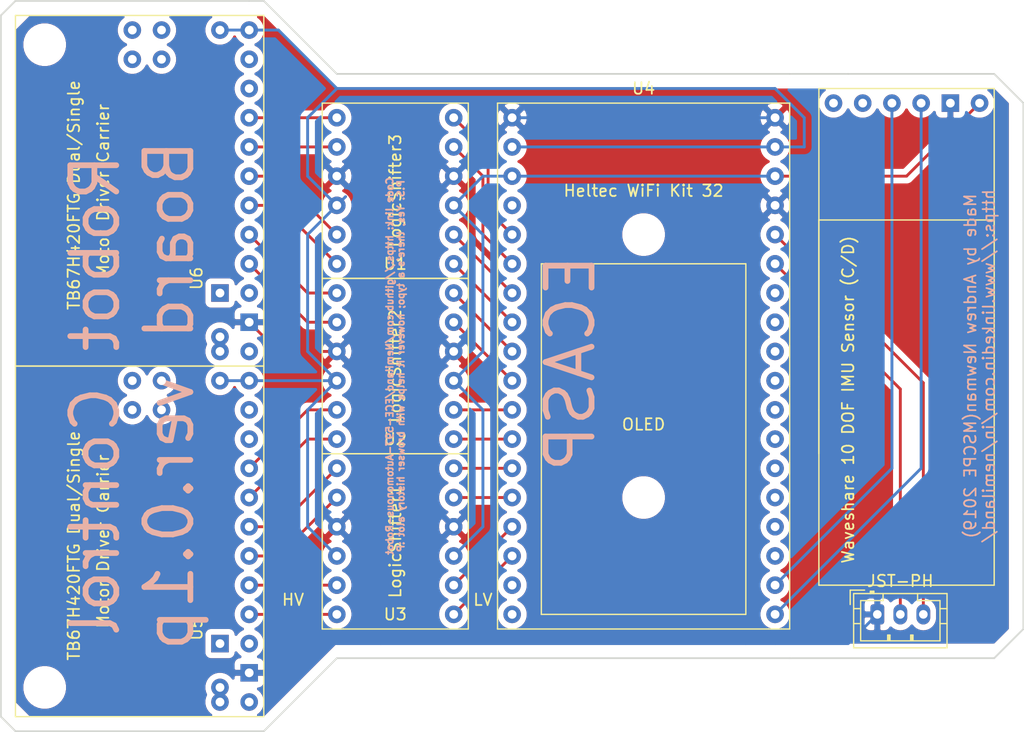
<source format=kicad_pcb>
(kicad_pcb (version 20171130) (host pcbnew "(5.1.2)-2")
  (layers (0 F.Cu signal) (31 B.Cu signal) (34 B.Paste user) (35 F.Paste user) (36 B.SilkS user) (37 F.SilkS user) (38 B.Mask user) (39 F.Mask user) (44 Edge.Cuts user))
  (net 0 "")
  (net 1 "Net-(MK1-Pad1)")
  (net 2 "Net-(MK2-Pad1)")
  (net 3 "Net-(MK3-Pad1)")
  (net 4 "Net-(U1-Pad1)")
  (net 5 "Net-(U1-Pad2)")
  (net 6 "Net-(U1-Pad3)")
  (net 7 "Net-(U1-Pad5)")
  (net 8 "Net-(U1-Pad6)")
  (net 9 "Net-(U1-Pad7)")
  (net 10 "Net-(U1-Pad8)")
  (net 11 "Net-(U1-Pad10)")
  (net 12 "Net-(U1-Pad11)")
  (net 13 "Net-(U1-Pad12)")
  (net 14 "Net-(U2-Pad12)")
  (net 15 "Net-(U2-Pad11)")
  (net 16 "Net-(U2-Pad8)")
  (net 17 "Net-(U2-Pad7)")
  (net 18 "Net-(U2-Pad6)")
  (net 19 "Net-(U2-Pad5)")
  (net 20 "Net-(U2-Pad2)")
  (net 21 "Net-(U2-Pad1)")
  (net 22 "Net-(U3-Pad1)")
  (net 23 "Net-(U3-Pad2)")
  (net 24 "Net-(U3-Pad5)")
  (net 25 "Net-(U3-Pad6)")
  (net 26 "Net-(U3-Pad7)")
  (net 27 "Net-(U3-Pad8)")
  (net 28 "Net-(U3-Pad11)")
  (net 29 "Net-(U3-Pad12)")
  (net 30 "Net-(U4-Pad4)")
  (net 31 "Net-(U4-Pad17)")
  (net 32 "Net-(U4-Pad18)")
  (net 33 "Net-(U4-Pad19)")
  (net 34 "Net-(U4-Pad20)")
  (net 35 "Net-(U4-Pad21)")
  (net 36 "Net-(U4-Pad22)")
  (net 37 "Net-(U4-Pad23)")
  (net 38 "Net-(U4-Pad24)")
  (net 39 "Net-(U4-Pad25)")
  (net 40 "Net-(U4-Pad26)")
  (net 41 "Net-(U4-Pad27)")
  (net 42 "Net-(U4-Pad28)")
  (net 43 "Net-(U4-Pad29)")
  (net 44 "Net-(U4-Pad30)")
  (net 45 "Net-(U5-Pad0)")
  (net 46 "Net-(U5-Pad2)")
  (net 47 "Net-(U5-Pad9)")
  (net 48 "Net-(U5-Pad10)")
  (net 49 "Net-(U6-Pad10)")
  (net 50 "Net-(U6-Pad9)")
  (net 51 "Net-(U6-Pad2)")
  (net 52 "Net-(U6-Pad0)")
  (net 53 "Net-(J1-Pad2)")
  (net 54 "Net-(J1-Pad3)")
  (net 55 "Net-(J1-Pad1)")
  (net 56 "Net-(U7-Pad1)")
  (net 57 "Net-(U7-Pad2)")
  (module Mounting_Holes:MountingHole_2.7mm (layer F.Cu) (at 128.74 86.51)
    (fp_text reference MK4 hide)
    (fp_text value Mounting_Hole_PAD hide)
    (pad 1 np_thru_hole circle (at 0 0) (size 2.7 2.7) (drill 2.7) (layers *.Cu *.Mask))
  )
  (module "ECE 597 PCB:MotCon" (layer F.Cu) (at 89.37 90.32 90)
    (fp_text reference U6 (at 0 0.5 90) (layer F.SilkS))
    (fp_text value MC2)
    (fp_text user "Motor Driver Carrier" (at 7.62 -7.62 270) (layer F.SilkS))
    (fp_text user "TB67H420FTG Dual/Single " (at 7.62 -10.16 90) (layer F.SilkS))
    (fp_line (start -7.62 -15.24) (end -7.62 6.35) (layer F.SilkS) (width 0.12))
    (fp_line (start 22.86 -15.24) (end -7.62 -15.24) (layer F.SilkS) (width 0.12))
    (fp_line (start 22.86 6.35) (end 22.86 -15.24) (layer F.SilkS) (width 0.12))
    (fp_line (start -7.62 6.35) (end 22.86 6.35) (layer F.SilkS) (width 0.12))
    (pad 19 thru_hole rect (at -1.27 2.54 90) (size 1.524 1.524) (drill 0.762) (layers *.Cu *.Mask))
    (pad 18 thru_hole circle (at -5.08 2.54 90) (size 1.524 1.524) (drill 0.762) (layers *.Cu *.Mask))
    (pad 17 thru_hole circle (at -6.35 2.54 90) (size 1.524 1.524) (drill 0.762) (layers *.Cu *.Mask))
    (pad 16 thru_hole circle (at 21.59 -5.08 90) (size 1.524 1.524) (drill 0.762) (layers *.Cu *.Mask))
    (pad 15 thru_hole circle (at 19.05 -5.08 90) (size 1.524 1.524) (drill 0.762) (layers *.Cu *.Mask))
    (pad 14 thru_hole circle (at 19.05 -2.54 90) (size 1.524 1.524) (drill 0.762) (layers *.Cu *.Mask))
    (pad 13 thru_hole circle (at 21.59 -2.54 90) (size 1.524 1.524) (drill 0.762) (layers *.Cu *.Mask))
    (pad 12 thru_hole circle (at 21.59 2.54 90) (size 1.524 1.524) (drill 0.762) (layers *.Cu *.Mask) (net 11 "Net-(U1-Pad10)"))
    (pad 11 thru_hole circle (at 21.59 5.08 90) (size 1.524 1.524) (drill 0.762) (layers *.Cu *.Mask) (net 11 "Net-(U1-Pad10)"))
    (pad 10 thru_hole circle (at 19.05 5.08 90) (size 1.524 1.524) (drill 0.762) (layers *.Cu *.Mask) (net 49 "Net-(U6-Pad10)"))
    (pad 9 thru_hole circle (at 16.51 5.08 90) (size 1.524 1.524) (drill 0.762) (layers *.Cu *.Mask) (net 50 "Net-(U6-Pad9)"))
    (pad 8 thru_hole circle (at 13.97 5.08 90) (size 1.524 1.524) (drill 0.762) (layers *.Cu *.Mask) (net 9 "Net-(U1-Pad7)"))
    (pad 7 thru_hole circle (at 11.43 5.08 90) (size 1.524 1.524) (drill 0.762) (layers *.Cu *.Mask) (net 10 "Net-(U1-Pad8)"))
    (pad 6 thru_hole circle (at 8.89 5.08 90) (size 1.524 1.524) (drill 0.762) (layers *.Cu *.Mask) (net 12 "Net-(U1-Pad11)"))
    (pad 5 thru_hole circle (at 6.35 5.08 90) (size 1.524 1.524) (drill 0.762) (layers *.Cu *.Mask) (net 13 "Net-(U1-Pad12)"))
    (pad 4 thru_hole circle (at 3.81 5.08 90) (size 1.524 1.524) (drill 0.762) (layers *.Cu *.Mask) (net 17 "Net-(U2-Pad7)"))
    (pad 3 thru_hole circle (at 1.27 5.08 90) (size 1.524 1.524) (drill 0.762) (layers *.Cu *.Mask) (net 16 "Net-(U2-Pad8)"))
    (pad 2 thru_hole circle (at -1.27 5.08 90) (size 1.524 1.524) (drill 0.762) (layers *.Cu *.Mask) (net 51 "Net-(U6-Pad2)"))
    (pad 1 thru_hole rect (at -3.81 5.08 90) (size 1.524 1.524) (drill 0.762) (layers *.Cu *.Mask) (net 55 "Net-(J1-Pad1)"))
    (pad 0 thru_hole circle (at -6.35 5.08 90) (size 1.524 1.524) (drill 0.762) (layers *.Cu *.Mask) (net 52 "Net-(U6-Pad0)"))
  )
  (module "ECE 597 PCB:MotCon" (layer F.Cu) (at 89.37 120.8 90)
    (fp_text reference U5 (at 0 0.5 90) (layer F.SilkS))
    (fp_text value MC1)
    (fp_text user "Motor Driver Carrier" (at 7.62 -7.62 90) (layer F.SilkS))
    (fp_text user "TB67H420FTG Dual/Single " (at 7.62 -10.16 90) (layer F.SilkS))
    (fp_line (start -7.62 -15.24) (end -7.62 6.35) (layer F.SilkS) (width 0.12))
    (fp_line (start 22.86 -15.24) (end -7.62 -15.24) (layer F.SilkS) (width 0.12))
    (fp_line (start 22.86 6.35) (end 22.86 -15.24) (layer F.SilkS) (width 0.12))
    (fp_line (start -7.62 6.35) (end 22.86 6.35) (layer F.SilkS) (width 0.12))
    (pad 19 thru_hole rect (at -1.27 2.54 90) (size 1.524 1.524) (drill 0.762) (layers *.Cu *.Mask))
    (pad 18 thru_hole circle (at -5.08 2.54 90) (size 1.524 1.524) (drill 0.762) (layers *.Cu *.Mask))
    (pad 17 thru_hole circle (at -6.35 2.54 90) (size 1.524 1.524) (drill 0.762) (layers *.Cu *.Mask))
    (pad 16 thru_hole circle (at 21.59 -5.08 90) (size 1.524 1.524) (drill 0.762) (layers *.Cu *.Mask))
    (pad 15 thru_hole circle (at 19.05 -5.08 90) (size 1.524 1.524) (drill 0.762) (layers *.Cu *.Mask))
    (pad 14 thru_hole circle (at 19.05 -2.54 90) (size 1.524 1.524) (drill 0.762) (layers *.Cu *.Mask))
    (pad 13 thru_hole circle (at 21.59 -2.54 90) (size 1.524 1.524) (drill 0.762) (layers *.Cu *.Mask))
    (pad 12 thru_hole circle (at 21.59 2.54 90) (size 1.524 1.524) (drill 0.762) (layers *.Cu *.Mask) (net 11 "Net-(U1-Pad10)"))
    (pad 11 thru_hole circle (at 21.59 5.08 90) (size 1.524 1.524) (drill 0.762) (layers *.Cu *.Mask) (net 11 "Net-(U1-Pad10)"))
    (pad 10 thru_hole circle (at 19.05 5.08 90) (size 1.524 1.524) (drill 0.762) (layers *.Cu *.Mask) (net 48 "Net-(U5-Pad10)"))
    (pad 9 thru_hole circle (at 16.51 5.08 90) (size 1.524 1.524) (drill 0.762) (layers *.Cu *.Mask) (net 47 "Net-(U5-Pad9)"))
    (pad 8 thru_hole circle (at 13.97 5.08 90) (size 1.524 1.524) (drill 0.762) (layers *.Cu *.Mask) (net 15 "Net-(U2-Pad11)"))
    (pad 7 thru_hole circle (at 11.43 5.08 90) (size 1.524 1.524) (drill 0.762) (layers *.Cu *.Mask) (net 14 "Net-(U2-Pad12)"))
    (pad 6 thru_hole circle (at 8.89 5.08 90) (size 1.524 1.524) (drill 0.762) (layers *.Cu *.Mask) (net 26 "Net-(U3-Pad7)"))
    (pad 5 thru_hole circle (at 6.35 5.08 90) (size 1.524 1.524) (drill 0.762) (layers *.Cu *.Mask) (net 27 "Net-(U3-Pad8)"))
    (pad 4 thru_hole circle (at 3.81 5.08 90) (size 1.524 1.524) (drill 0.762) (layers *.Cu *.Mask) (net 28 "Net-(U3-Pad11)"))
    (pad 3 thru_hole circle (at 1.27 5.08 90) (size 1.524 1.524) (drill 0.762) (layers *.Cu *.Mask) (net 29 "Net-(U3-Pad12)"))
    (pad 2 thru_hole circle (at -1.27 5.08 90) (size 1.524 1.524) (drill 0.762) (layers *.Cu *.Mask) (net 46 "Net-(U5-Pad2)"))
    (pad 1 thru_hole rect (at -3.81 5.08 90) (size 1.524 1.524) (drill 0.762) (layers *.Cu *.Mask) (net 55 "Net-(J1-Pad1)"))
    (pad 0 thru_hole circle (at -6.35 5.08 90) (size 1.524 1.524) (drill 0.762) (layers *.Cu *.Mask) (net 45 "Net-(U5-Pad0)"))
  )
  (module "ECE 597 PCB:WiFiKit32" (layer F.Cu) (at 122.39 75.08)
    (fp_text reference U4 (at 6.35 -1.27) (layer F.SilkS))
    (fp_text value WiFiKit32)
    (fp_line (start -6.35 0) (end 19.05 0) (layer F.SilkS) (width 0.12))
    (fp_line (start 19.05 0) (end 19.05 45.72) (layer F.SilkS) (width 0.12))
    (fp_line (start 19.05 45.72) (end -6.35 45.72) (layer F.SilkS) (width 0.12))
    (fp_line (start -6.35 45.72) (end -6.35 0) (layer F.SilkS) (width 0.12))
    (fp_line (start -2.54 44.45) (end 15.24 44.45) (layer F.SilkS) (width 0.12))
    (fp_line (start 15.24 44.45) (end 15.24 13.97) (layer F.SilkS) (width 0.12))
    (fp_line (start 15.24 13.97) (end -2.54 13.97) (layer F.SilkS) (width 0.12))
    (fp_line (start -2.54 13.97) (end -2.54 44.45) (layer F.SilkS) (width 0.12))
    (fp_text user OLED (at 6.35 27.94) (layer F.SilkS))
    (fp_text user "Heltec WiFi Kit 32" (at 6.35 7.62) (layer F.SilkS))
    (pad 1 thru_hole circle (at -5.08 1.27) (size 1.524 1.524) (drill 0.762) (layers *.Cu *.Mask) (net 55 "Net-(J1-Pad1)"))
    (pad 2 thru_hole circle (at -5.08 3.81) (size 1.524 1.524) (drill 0.762) (layers *.Cu *.Mask) (net 11 "Net-(U1-Pad10)"))
    (pad 3 thru_hole circle (at -5.08 6.35) (size 1.524 1.524) (drill 0.762) (layers *.Cu *.Mask) (net 6 "Net-(U1-Pad3)"))
    (pad 4 thru_hole circle (at -5.08 8.89) (size 1.524 1.524) (drill 0.762) (layers *.Cu *.Mask) (net 30 "Net-(U4-Pad4)"))
    (pad 5 thru_hole circle (at -5.08 11.43) (size 1.524 1.524) (drill 0.762) (layers *.Cu *.Mask) (net 8 "Net-(U1-Pad6)"))
    (pad 6 thru_hole circle (at -5.08 13.97) (size 1.524 1.524) (drill 0.762) (layers *.Cu *.Mask) (net 7 "Net-(U1-Pad5)"))
    (pad 7 thru_hole circle (at -5.08 16.51) (size 1.524 1.524) (drill 0.762) (layers *.Cu *.Mask) (net 5 "Net-(U1-Pad2)"))
    (pad 8 thru_hole circle (at -5.08 19.05) (size 1.524 1.524) (drill 0.762) (layers *.Cu *.Mask) (net 4 "Net-(U1-Pad1)"))
    (pad 9 thru_hole circle (at -5.08 21.59) (size 1.524 1.524) (drill 0.762) (layers *.Cu *.Mask) (net 18 "Net-(U2-Pad6)"))
    (pad 10 thru_hole circle (at -5.08 24.13) (size 1.524 1.524) (drill 0.762) (layers *.Cu *.Mask) (net 19 "Net-(U2-Pad5)"))
    (pad 11 thru_hole circle (at -5.08 26.67) (size 1.524 1.524) (drill 0.762) (layers *.Cu *.Mask) (net 20 "Net-(U2-Pad2)"))
    (pad 12 thru_hole circle (at -5.08 29.21) (size 1.524 1.524) (drill 0.762) (layers *.Cu *.Mask) (net 21 "Net-(U2-Pad1)"))
    (pad 13 thru_hole circle (at -5.08 31.75) (size 1.524 1.524) (drill 0.762) (layers *.Cu *.Mask) (net 25 "Net-(U3-Pad6)"))
    (pad 14 thru_hole circle (at -5.08 34.29) (size 1.524 1.524) (drill 0.762) (layers *.Cu *.Mask) (net 24 "Net-(U3-Pad5)"))
    (pad 15 thru_hole circle (at -5.08 36.83) (size 1.524 1.524) (drill 0.762) (layers *.Cu *.Mask) (net 23 "Net-(U3-Pad2)"))
    (pad 16 thru_hole circle (at -5.08 39.37) (size 1.524 1.524) (drill 0.762) (layers *.Cu *.Mask) (net 22 "Net-(U3-Pad1)"))
    (pad 17 thru_hole circle (at -5.08 41.91) (size 1.524 1.524) (drill 0.762) (layers *.Cu *.Mask) (net 31 "Net-(U4-Pad17)"))
    (pad 18 thru_hole circle (at -5.08 44.45) (size 1.524 1.524) (drill 0.762) (layers *.Cu *.Mask) (net 32 "Net-(U4-Pad18)"))
    (pad 19 thru_hole circle (at 17.78 44.45) (size 1.524 1.524) (drill 0.762) (layers *.Cu *.Mask) (net 33 "Net-(U4-Pad19)"))
    (pad 20 thru_hole circle (at 17.78 41.91) (size 1.524 1.524) (drill 0.762) (layers *.Cu *.Mask) (net 34 "Net-(U4-Pad20)"))
    (pad 21 thru_hole circle (at 17.78 39.37) (size 1.524 1.524) (drill 0.762) (layers *.Cu *.Mask) (net 35 "Net-(U4-Pad21)"))
    (pad 22 thru_hole circle (at 17.78 36.83) (size 1.524 1.524) (drill 0.762) (layers *.Cu *.Mask) (net 36 "Net-(U4-Pad22)"))
    (pad 23 thru_hole circle (at 17.78 34.29) (size 1.524 1.524) (drill 0.762) (layers *.Cu *.Mask) (net 37 "Net-(U4-Pad23)"))
    (pad 24 thru_hole circle (at 17.78 31.75) (size 1.524 1.524) (drill 0.762) (layers *.Cu *.Mask) (net 38 "Net-(U4-Pad24)"))
    (pad 25 thru_hole circle (at 17.78 29.21) (size 1.524 1.524) (drill 0.762) (layers *.Cu *.Mask) (net 39 "Net-(U4-Pad25)"))
    (pad 26 thru_hole circle (at 17.78 26.67) (size 1.524 1.524) (drill 0.762) (layers *.Cu *.Mask) (net 40 "Net-(U4-Pad26)"))
    (pad 27 thru_hole circle (at 17.78 24.13) (size 1.524 1.524) (drill 0.762) (layers *.Cu *.Mask) (net 41 "Net-(U4-Pad27)"))
    (pad 28 thru_hole circle (at 17.78 21.59) (size 1.524 1.524) (drill 0.762) (layers *.Cu *.Mask) (net 42 "Net-(U4-Pad28)"))
    (pad 29 thru_hole circle (at 17.78 19.05) (size 1.524 1.524) (drill 0.762) (layers *.Cu *.Mask) (net 43 "Net-(U4-Pad29)"))
    (pad 30 thru_hole circle (at 17.78 16.51) (size 1.524 1.524) (drill 0.762) (layers *.Cu *.Mask) (net 44 "Net-(U4-Pad30)"))
    (pad 31 thru_hole circle (at 17.78 13.97) (size 1.524 1.524) (drill 0.762) (layers *.Cu *.Mask) (net 53 "Net-(J1-Pad2)"))
    (pad 32 thru_hole circle (at 17.78 11.43) (size 1.524 1.524) (drill 0.762) (layers *.Cu *.Mask) (net 54 "Net-(J1-Pad3)"))
    (pad 33 thru_hole circle (at 17.78 8.89) (size 1.524 1.524) (drill 0.762) (layers *.Cu *.Mask) (net 55 "Net-(J1-Pad1)"))
    (pad 34 thru_hole circle (at 17.78 6.35) (size 1.524 1.524) (drill 0.762) (layers *.Cu *.Mask) (net 6 "Net-(U1-Pad3)"))
    (pad 35 thru_hole circle (at 17.78 3.81) (size 1.524 1.524) (drill 0.762) (layers *.Cu *.Mask) (net 11 "Net-(U1-Pad10)"))
    (pad 36 thru_hole circle (at 17.78 1.27) (size 1.524 1.524) (drill 0.762) (layers *.Cu *.Mask) (net 55 "Net-(J1-Pad1)"))
  )
  (module Mounting_Holes:MountingHole_2.7mm (layer F.Cu) (at 76.67 125.88)
    (fp_text reference MK3 hide)
    (fp_text value Mounting_Hole_PAD hide)
    (pad 1 np_thru_hole circle (at 0 0) (size 2.7 2.7) (drill 2.7) (layers *.Cu *.Mask) (net 3 "Net-(MK3-Pad1)"))
  )
  (module Mounting_Holes:MountingHole_2.7mm (layer F.Cu) (at 76.67 70)
    (fp_text reference MK1 hide)
    (fp_text value Mounting_Hole_PAD hide)
    (pad 1 np_thru_hole circle (at 0 0) (size 2.7 2.7) (drill 2.7) (layers *.Cu *.Mask) (net 1 "Net-(MK1-Pad1)"))
  )
  (module Mounting_Holes:MountingHole_2.7mm (layer F.Cu) (at 128.74 109.37)
    (fp_text reference MK2 hide)
    (fp_text value Mounting_Hole_PAD hide)
    (pad 1 np_thru_hole circle (at 0 0) (size 2.7 2.7) (drill 2.7) (layers *.Cu *.Mask) (net 2 "Net-(MK2-Pad1)"))
  )
  (module "ECE 597 PCB:LogicShifter" (layer F.Cu) (at 112.23 91.59 180)
    (fp_text reference U1 (at 5.08 2.54) (layer F.SilkS))
    (fp_text value LogicShifter3 (at 5.08 8.89 90) (layer F.SilkS))
    (fp_line (start -1.27 1.27) (end -1.27 16.51) (layer F.SilkS) (width 0.12))
    (fp_line (start -1.27 16.51) (end 11.43 16.51) (layer F.SilkS) (width 0.12))
    (fp_line (start 11.43 16.51) (end 11.43 1.27) (layer F.SilkS) (width 0.12))
    (fp_line (start 11.43 1.27) (end -1.27 1.27) (layer F.SilkS) (width 0.12))
    (pad 1 thru_hole circle (at 0 2.54 180) (size 1.524 1.524) (drill 0.762) (layers *.Cu *.Mask) (net 4 "Net-(U1-Pad1)"))
    (pad 2 thru_hole circle (at 0 5.08 180) (size 1.524 1.524) (drill 0.762) (layers *.Cu *.Mask) (net 5 "Net-(U1-Pad2)"))
    (pad 3 thru_hole circle (at 0 7.62 180) (size 1.524 1.524) (drill 0.762) (layers *.Cu *.Mask) (net 6 "Net-(U1-Pad3)"))
    (pad 4 thru_hole circle (at 0 10.16 180) (size 1.524 1.524) (drill 0.762) (layers *.Cu *.Mask) (net 55 "Net-(J1-Pad1)"))
    (pad 5 thru_hole circle (at 0 12.7 180) (size 1.524 1.524) (drill 0.762) (layers *.Cu *.Mask) (net 7 "Net-(U1-Pad5)"))
    (pad 6 thru_hole circle (at 0 15.24 180) (size 1.524 1.524) (drill 0.762) (layers *.Cu *.Mask) (net 8 "Net-(U1-Pad6)"))
    (pad 7 thru_hole circle (at 10.16 15.24 180) (size 1.524 1.524) (drill 0.762) (layers *.Cu *.Mask) (net 9 "Net-(U1-Pad7)"))
    (pad 8 thru_hole circle (at 10.16 12.7 180) (size 1.524 1.524) (drill 0.762) (layers *.Cu *.Mask) (net 10 "Net-(U1-Pad8)"))
    (pad 9 thru_hole circle (at 10.16 10.16 180) (size 1.524 1.524) (drill 0.762) (layers *.Cu *.Mask) (net 55 "Net-(J1-Pad1)"))
    (pad 10 thru_hole circle (at 10.16 7.62 180) (size 1.524 1.524) (drill 0.762) (layers *.Cu *.Mask) (net 11 "Net-(U1-Pad10)"))
    (pad 11 thru_hole circle (at 10.16 5.08 180) (size 1.524 1.524) (drill 0.762) (layers *.Cu *.Mask) (net 12 "Net-(U1-Pad11)"))
    (pad 12 thru_hole circle (at 10.16 2.54 180) (size 1.524 1.524) (drill 0.762) (layers *.Cu *.Mask) (net 13 "Net-(U1-Pad12)"))
  )
  (module "ECE 597 PCB:LogicShifter" (layer F.Cu) (at 112.23 106.83 180)
    (fp_text reference U2 (at 5.08 2.54) (layer F.SilkS))
    (fp_text value LogicShifter2 (at 5.08 8.89 90) (layer F.SilkS))
    (fp_line (start 11.43 1.27) (end -1.27 1.27) (layer F.SilkS) (width 0.12))
    (fp_line (start 11.43 16.51) (end 11.43 1.27) (layer F.SilkS) (width 0.12))
    (fp_line (start -1.27 16.51) (end 11.43 16.51) (layer F.SilkS) (width 0.12))
    (fp_line (start -1.27 1.27) (end -1.27 16.51) (layer F.SilkS) (width 0.12))
    (pad 12 thru_hole circle (at 10.16 2.54 180) (size 1.524 1.524) (drill 0.762) (layers *.Cu *.Mask) (net 14 "Net-(U2-Pad12)"))
    (pad 11 thru_hole circle (at 10.16 5.08 180) (size 1.524 1.524) (drill 0.762) (layers *.Cu *.Mask) (net 15 "Net-(U2-Pad11)"))
    (pad 10 thru_hole circle (at 10.16 7.62 180) (size 1.524 1.524) (drill 0.762) (layers *.Cu *.Mask) (net 11 "Net-(U1-Pad10)"))
    (pad 9 thru_hole circle (at 10.16 10.16 180) (size 1.524 1.524) (drill 0.762) (layers *.Cu *.Mask) (net 55 "Net-(J1-Pad1)"))
    (pad 8 thru_hole circle (at 10.16 12.7 180) (size 1.524 1.524) (drill 0.762) (layers *.Cu *.Mask) (net 16 "Net-(U2-Pad8)"))
    (pad 7 thru_hole circle (at 10.16 15.24 180) (size 1.524 1.524) (drill 0.762) (layers *.Cu *.Mask) (net 17 "Net-(U2-Pad7)"))
    (pad 6 thru_hole circle (at 0 15.24 180) (size 1.524 1.524) (drill 0.762) (layers *.Cu *.Mask) (net 18 "Net-(U2-Pad6)"))
    (pad 5 thru_hole circle (at 0 12.7 180) (size 1.524 1.524) (drill 0.762) (layers *.Cu *.Mask) (net 19 "Net-(U2-Pad5)"))
    (pad 4 thru_hole circle (at 0 10.16 180) (size 1.524 1.524) (drill 0.762) (layers *.Cu *.Mask) (net 55 "Net-(J1-Pad1)"))
    (pad 3 thru_hole circle (at 0 7.62 180) (size 1.524 1.524) (drill 0.762) (layers *.Cu *.Mask) (net 6 "Net-(U1-Pad3)"))
    (pad 2 thru_hole circle (at 0 5.08 180) (size 1.524 1.524) (drill 0.762) (layers *.Cu *.Mask) (net 20 "Net-(U2-Pad2)"))
    (pad 1 thru_hole circle (at 0 2.54 180) (size 1.524 1.524) (drill 0.762) (layers *.Cu *.Mask) (net 21 "Net-(U2-Pad1)"))
  )
  (module "ECE 597 PCB:LogicShifter" (layer F.Cu) (at 112.23 122.07 180)
    (fp_text reference U3 (at 5.08 2.54) (layer F.SilkS))
    (fp_text value LogicShifter1 (at 5.08 8.89 90) (layer F.SilkS))
    (fp_line (start -1.27 1.27) (end -1.27 16.51) (layer F.SilkS) (width 0.12))
    (fp_line (start -1.27 16.51) (end 11.43 16.51) (layer F.SilkS) (width 0.12))
    (fp_line (start 11.43 16.51) (end 11.43 1.27) (layer F.SilkS) (width 0.12))
    (fp_line (start 11.43 1.27) (end -1.27 1.27) (layer F.SilkS) (width 0.12))
    (pad 1 thru_hole circle (at 0 2.54 180) (size 1.524 1.524) (drill 0.762) (layers *.Cu *.Mask) (net 22 "Net-(U3-Pad1)"))
    (pad 2 thru_hole circle (at 0 5.08 180) (size 1.524 1.524) (drill 0.762) (layers *.Cu *.Mask) (net 23 "Net-(U3-Pad2)"))
    (pad 3 thru_hole circle (at 0 7.62 180) (size 1.524 1.524) (drill 0.762) (layers *.Cu *.Mask) (net 6 "Net-(U1-Pad3)"))
    (pad 4 thru_hole circle (at 0 10.16 180) (size 1.524 1.524) (drill 0.762) (layers *.Cu *.Mask) (net 55 "Net-(J1-Pad1)"))
    (pad 5 thru_hole circle (at 0 12.7 180) (size 1.524 1.524) (drill 0.762) (layers *.Cu *.Mask) (net 24 "Net-(U3-Pad5)"))
    (pad 6 thru_hole circle (at 0 15.24 180) (size 1.524 1.524) (drill 0.762) (layers *.Cu *.Mask) (net 25 "Net-(U3-Pad6)"))
    (pad 7 thru_hole circle (at 10.16 15.24 180) (size 1.524 1.524) (drill 0.762) (layers *.Cu *.Mask) (net 26 "Net-(U3-Pad7)"))
    (pad 8 thru_hole circle (at 10.16 12.7 180) (size 1.524 1.524) (drill 0.762) (layers *.Cu *.Mask) (net 27 "Net-(U3-Pad8)"))
    (pad 9 thru_hole circle (at 10.16 10.16 180) (size 1.524 1.524) (drill 0.762) (layers *.Cu *.Mask) (net 55 "Net-(J1-Pad1)"))
    (pad 10 thru_hole circle (at 10.16 7.62 180) (size 1.524 1.524) (drill 0.762) (layers *.Cu *.Mask) (net 11 "Net-(U1-Pad10)"))
    (pad 11 thru_hole circle (at 10.16 5.08 180) (size 1.524 1.524) (drill 0.762) (layers *.Cu *.Mask) (net 28 "Net-(U3-Pad11)"))
    (pad 12 thru_hole circle (at 10.16 2.54 180) (size 1.524 1.524) (drill 0.762) (layers *.Cu *.Mask) (net 29 "Net-(U3-Pad12)"))
  )
  (module Connector_JST:JST_PH_B3B-PH-K_1x03_P2.00mm_Vertical (layer F.Cu) (at 149.06 119.53)
    (fp_text reference JST-PH (at 2 -2.9) (layer F.SilkS))
    (fp_text value Conn_01x03)
    (fp_line (start -2.06 -1.81) (end -2.06 2.91) (layer F.SilkS) (width 0.12))
    (fp_line (start -2.06 2.91) (end 6.06 2.91) (layer F.SilkS) (width 0.12))
    (fp_line (start 6.06 2.91) (end 6.06 -1.81) (layer F.SilkS) (width 0.12))
    (fp_line (start 6.06 -1.81) (end -2.06 -1.81) (layer F.SilkS) (width 0.12))
    (fp_line (start -0.3 -1.81) (end -0.3 -2.01) (layer F.SilkS) (width 0.12))
    (fp_line (start -0.3 -2.01) (end -0.6 -2.01) (layer F.SilkS) (width 0.12))
    (fp_line (start -0.6 -2.01) (end -0.6 -1.81) (layer F.SilkS) (width 0.12))
    (fp_line (start -0.3 -1.91) (end -0.6 -1.91) (layer F.SilkS) (width 0.12))
    (fp_line (start 0.5 -1.81) (end 0.5 -1.2) (layer F.SilkS) (width 0.12))
    (fp_line (start 0.5 -1.2) (end -1.45 -1.2) (layer F.SilkS) (width 0.12))
    (fp_line (start -1.45 -1.2) (end -1.45 2.3) (layer F.SilkS) (width 0.12))
    (fp_line (start -1.45 2.3) (end 5.45 2.3) (layer F.SilkS) (width 0.12))
    (fp_line (start 5.45 2.3) (end 5.45 -1.2) (layer F.SilkS) (width 0.12))
    (fp_line (start 5.45 -1.2) (end 3.5 -1.2) (layer F.SilkS) (width 0.12))
    (fp_line (start 3.5 -1.2) (end 3.5 -1.81) (layer F.SilkS) (width 0.12))
    (fp_line (start -2.06 -0.5) (end -1.45 -0.5) (layer F.SilkS) (width 0.12))
    (fp_line (start -2.06 0.8) (end -1.45 0.8) (layer F.SilkS) (width 0.12))
    (fp_line (start 6.06 -0.5) (end 5.45 -0.5) (layer F.SilkS) (width 0.12))
    (fp_line (start 6.06 0.8) (end 5.45 0.8) (layer F.SilkS) (width 0.12))
    (fp_line (start 0.9 2.3) (end 0.9 1.8) (layer F.SilkS) (width 0.12))
    (fp_line (start 0.9 1.8) (end 1.1 1.8) (layer F.SilkS) (width 0.12))
    (fp_line (start 1.1 1.8) (end 1.1 2.3) (layer F.SilkS) (width 0.12))
    (fp_line (start 1 2.3) (end 1 1.8) (layer F.SilkS) (width 0.12))
    (fp_line (start 2.9 2.3) (end 2.9 1.8) (layer F.SilkS) (width 0.12))
    (fp_line (start 2.9 1.8) (end 3.1 1.8) (layer F.SilkS) (width 0.12))
    (fp_line (start 3.1 1.8) (end 3.1 2.3) (layer F.SilkS) (width 0.12))
    (fp_line (start 3 2.3) (end 3 1.8) (layer F.SilkS) (width 0.12))
    (fp_line (start -1.11 -2.11) (end -2.36 -2.11) (layer F.SilkS) (width 0.12))
    (fp_line (start -2.36 -2.11) (end -2.36 -0.86) (layer F.SilkS) (width 0.12))
    (pad 1 thru_hole roundrect (at 0 0) (size 1.2 1.75) (drill 0.75) (layers *.Cu *.Mask) (roundrect_rratio 0.208333) (net 55 "Net-(J1-Pad1)"))
    (pad 2 thru_hole oval (at 2 0) (size 1.2 1.75) (drill 0.75) (layers *.Cu *.Mask) (net 53 "Net-(J1-Pad2)"))
    (pad 3 thru_hole oval (at 4 0) (size 1.2 1.75) (drill 0.75) (layers *.Cu *.Mask) (net 54 "Net-(J1-Pad3)"))
  )
  (module "ECE 597 PCB:Waveshare10dof" (layer F.Cu) (at 151.6 81.43)
    (fp_text reference "Waveshare 10 DOF IMU Sensor (C/D) " (at -5.08 19.05 90) (layer F.SilkS))
    (fp_text value Waveshare10dof)
    (fp_line (start -7.62 -7.62) (end -7.62 13.97) (layer F.SilkS) (width 0.12))
    (fp_line (start 7.62 13.97) (end 7.62 -7.62) (layer F.SilkS) (width 0.12))
    (fp_line (start 7.62 -7.62) (end -7.62 -7.62) (layer F.SilkS) (width 0.12))
    (fp_line (start 7.62 13.97) (end 7.62 20.32) (layer F.SilkS) (width 0.12))
    (fp_line (start -7.62 20.32) (end -7.62 13.97) (layer F.SilkS) (width 0.12))
    (fp_line (start 7.62 20.32) (end 7.62 24.13) (layer F.SilkS) (width 0.12))
    (fp_line (start -7.62 20.32) (end -7.62 24.13) (layer F.SilkS) (width 0.12))
    (fp_line (start 7.62 3.81) (end -7.62 3.81) (layer F.SilkS) (width 0.12))
    (fp_line (start -7.62 3.81) (end -7.62 35.56) (layer F.SilkS) (width 0.12))
    (fp_line (start -7.62 35.56) (end 7.62 35.56) (layer F.SilkS) (width 0.12))
    (fp_line (start 7.62 35.56) (end 7.62 24.13) (layer F.SilkS) (width 0.12))
    (pad 1 thru_hole circle (at -6.35 -6.35) (size 1.524 1.524) (drill 0.762) (layers *.Cu *.Mask) (net 56 "Net-(U7-Pad1)"))
    (pad 2 thru_hole circle (at -3.81 -6.35) (size 1.524 1.524) (drill 0.762) (layers *.Cu *.Mask) (net 57 "Net-(U7-Pad2)"))
    (pad 3 thru_hole circle (at -1.27 -6.35) (size 1.524 1.524) (drill 0.762) (layers *.Cu *.Mask) (net 34 "Net-(U4-Pad20)"))
    (pad 4 thru_hole circle (at 1.27 -6.35) (size 1.524 1.524) (drill 0.762) (layers *.Cu *.Mask) (net 33 "Net-(U4-Pad19)"))
    (pad 5 thru_hole rect (at 3.81 -6.35) (size 1.524 1.524) (drill 0.762) (layers *.Cu *.Mask) (net 55 "Net-(J1-Pad1)"))
    (pad 6 thru_hole circle (at 6.35 -6.35) (size 1.524 1.524) (drill 0.762) (layers *.Cu *.Mask) (net 6 "Net-(U1-Pad3)"))
  )
  (gr_line (start 161.76 75.08) (end 161.76 85.24) (layer Edge.Cuts) (width 0.15))
  (gr_line (start 159.22 72.54) (end 161.76 75.08) (layer Edge.Cuts) (width 0.15))
  (gr_line (start 146.52 72.54) (end 159.22 72.54) (layer Edge.Cuts) (width 0.15))
  (gr_line (start 161.76 120.8) (end 161.76 110.64) (layer Edge.Cuts) (width 0.15))
  (gr_line (start 159.22 123.34) (end 161.76 120.8) (layer Edge.Cuts) (width 0.15))
  (gr_line (start 141.44 123.34) (end 159.22 123.34) (layer Edge.Cuts) (width 0.15))
  (gr_line (start 161.76 85.24) (end 161.76 110.64) (layer Edge.Cuts) (width 0.15))
  (gr_line (start 146.52 72.54) (end 141.44 72.54) (layer Edge.Cuts) (width 0.15))
  (gr_text "Code link: https://github.com/Nemiland/ECE-597-Automonous-Robot\nP.S. Yes, there's a typo; however it helps with browser history alot :P" (at 107.15 97.94 90) (layer B.SilkS) (effects (font (size 0.6 0.6)) (justify mirror)))
  (gr_text "ECASP " (at 122.39 99.21 90) (layer B.SilkS) (effects (font (size 4 4) (thickness 0.5)) (justify mirror)))
  (gr_text "Made by Andrew Newman(MSCPE 2019)\nhttps://www.linkedin.com/in/nemiland/" (at 157.95 97.94 90) (layer B.SilkS) (effects (font (size 1 1)) (justify mirror)))
  (gr_text "Robot Control\nBoard ver.0.1p" (at 84.29 100.48 90) (layer B.SilkS) (effects (font (size 4 4) (thickness 0.5)) (justify mirror)))
  (gr_text LV (at 114.77 118.26) (layer F.SilkS) (effects (font (size 1 1))))
  (gr_text HV (at 98.26 118.26) (layer F.SilkS) (effects (font (size 1 1))))
  (gr_line (start 102.07 72.54) (end 141.44 72.54) (layer Edge.Cuts) (width 0.15))
  (gr_line (start 95.72 66.19) (end 102.07 72.54) (layer Edge.Cuts) (width 0.15))
  (gr_line (start 94.45 66.19) (end 95.72 66.19) (layer Edge.Cuts) (width 0.15))
  (gr_line (start 74.13 66.19) (end 94.45 66.19) (layer Edge.Cuts) (width 0.15))
  (gr_line (start 72.86 67.46) (end 74.13 66.19) (layer Edge.Cuts) (width 0.15))
  (gr_line (start 72.86 128.42) (end 72.86 67.46) (layer Edge.Cuts) (width 0.15))
  (gr_line (start 74.13 129.69) (end 72.86 128.42) (layer Edge.Cuts) (width 0.15))
  (gr_line (start 95.72 129.69) (end 74.13 129.69) (layer Edge.Cuts) (width 0.15))
  (gr_line (start 102.07 123.34) (end 95.72 129.69) (layer Edge.Cuts) (width 0.15))
  (gr_line (start 141.44 123.34) (end 102.07 123.34) (layer Edge.Cuts) (width 0.15))
  (segment (start 91.91 96.67) (end 91.91 95.4) (width 0.25) (layer F.Cu) (net 0))
  (segment (start 91.91 125.88) (end 91.91 127.15) (width 0.25) (layer F.Cu) (net 0))
  (segment (start 117.31 94.13) (end 112.23 89.05) (width 0.25) (layer F.Cu) (net 4))
  (segment (start 117.31 91.59) (end 112.23 86.51) (width 0.25) (layer F.Cu) (net 5))
  (segment (start 140.17 81.43) (end 117.31 81.43) (width 0.25) (layer B.Cu) (net 6))
  (segment (start 112.23 114.45) (end 114.77 111.91) (width 0.25) (layer B.Cu) (net 6))
  (segment (start 114.77 111.91) (end 114.77 101.75) (width 0.25) (layer B.Cu) (net 6))
  (segment (start 114.77 101.75) (end 112.23 99.21) (width 0.25) (layer B.Cu) (net 6))
  (segment (start 112.23 99.21) (end 114.77 96.67) (width 0.25) (layer B.Cu) (net 6))
  (segment (start 114.77 96.67) (end 114.77 86.51) (width 0.25) (layer B.Cu) (net 6))
  (segment (start 114.77 86.51) (end 112.23 83.97) (width 0.25) (layer B.Cu) (net 6))
  (segment (start 112.23 83.97) (end 114.77 81.43) (width 0.25) (layer B.Cu) (net 6))
  (segment (start 114.77 81.43) (end 117.31 81.43) (width 0.25) (layer B.Cu) (net 6))
  (segment (start 151.6 81.43) (end 157.95 75.08) (width 0.25) (layer F.Cu) (net 6))
  (segment (start 140.17 81.43) (end 151.6 81.43) (width 0.25) (layer F.Cu) (net 6))
  (segment (start 140.17 76.35) (end 117.31 76.35) (width 0.25) (layer B.Cu) (net 55))
  (segment (start 117.31 76.35) (end 112.23 81.43) (width 0.25) (layer B.Cu) (net 55))
  (segment (start 112.23 81.43) (end 109.69 83.97) (width 0.25) (layer B.Cu) (net 55))
  (segment (start 109.69 94.13) (end 112.23 96.67) (width 0.25) (layer B.Cu) (net 55))
  (segment (start 104.61 94.13) (end 102.07 96.67) (width 0.25) (layer B.Cu) (net 55))
  (segment (start 102.07 81.43) (end 104.61 83.97) (width 0.25) (layer B.Cu) (net 55))
  (segment (start 104.61 83.97) (end 104.61 94.13) (width 0.25) (layer B.Cu) (net 55))
  (segment (start 102.07 96.67) (end 104.61 99.21) (width 0.25) (layer B.Cu) (net 55))
  (segment (start 104.61 109.37) (end 102.07 111.91) (width 0.25) (layer B.Cu) (net 55))
  (segment (start 112.23 111.91) (end 109.69 109.37) (width 0.25) (layer B.Cu) (net 55))
  (segment (start 109.69 99.21) (end 112.23 96.67) (width 0.25) (layer B.Cu) (net 55))
  (segment (start 109.69 109.37) (end 109.69 99.21) (width 0.25) (layer B.Cu) (net 55))
  (segment (start 140.17 83.97) (end 137.63 86.51) (width 0.25) (layer B.Cu) (net 55))
  (segment (start 137.63 122.07) (end 105.88 122.07) (width 0.25) (layer B.Cu) (net 55))
  (segment (start 105.88 122.07) (end 104.61 120.8) (width 0.25) (layer B.Cu) (net 55))
  (segment (start 104.61 114.45) (end 102.07 111.91) (width 0.25) (layer B.Cu) (net 55))
  (segment (start 104.61 120.8) (end 104.61 114.45) (width 0.25) (layer B.Cu) (net 55))
  (segment (start 104.61 104.29) (end 109.69 104.29) (width 0.25) (layer B.Cu) (net 55))
  (segment (start 104.61 104.29) (end 104.61 109.37) (width 0.25) (layer B.Cu) (net 55))
  (segment (start 104.61 99.21) (end 104.61 104.29) (width 0.25) (layer B.Cu) (net 55))
  (segment (start 109.69 89.05) (end 104.61 89.05) (width 0.25) (layer B.Cu) (net 55))
  (segment (start 109.69 89.05) (end 109.69 94.13) (width 0.25) (layer B.Cu) (net 55))
  (segment (start 109.69 83.97) (end 109.69 89.05) (width 0.25) (layer B.Cu) (net 55))
  (segment (start 94.45 124.61) (end 96.99 124.61) (width 0.25) (layer B.Cu) (net 55))
  (segment (start 96.99 124.61) (end 99.53 122.07) (width 0.25) (layer B.Cu) (net 55))
  (segment (start 99.53 122.07) (end 105.88 122.07) (width 0.25) (layer B.Cu) (net 55))
  (segment (start 96.99 96.67) (end 94.45 94.13) (width 0.25) (layer F.Cu) (net 55))
  (segment (start 102.07 96.67) (end 96.99 96.67) (width 0.25) (layer F.Cu) (net 55))
  (segment (start 117.31 89.05) (end 114.77 86.51) (width 0.25) (layer F.Cu) (net 7))
  (segment (start 114.77 81.43) (end 112.23 78.89) (width 0.25) (layer F.Cu) (net 7))
  (segment (start 114.77 86.51) (end 114.77 81.43) (width 0.25) (layer F.Cu) (net 7))
  (segment (start 112.991999 77.111999) (end 112.23 76.35) (width 0.25) (layer F.Cu) (net 8))
  (segment (start 115.220009 79.340009) (end 112.991999 77.111999) (width 0.25) (layer F.Cu) (net 8))
  (segment (start 115.220009 84.420009) (end 115.220009 79.340009) (width 0.25) (layer F.Cu) (net 8))
  (segment (start 117.31 86.51) (end 115.220009 84.420009) (width 0.25) (layer F.Cu) (net 8))
  (segment (start 94.45 76.35) (end 102.07 76.35) (width 0.25) (layer F.Cu) (net 9))
  (segment (start 94.45 78.89) (end 102.07 78.89) (width 0.25) (layer F.Cu) (net 10))
  (segment (start 102.831999 83.208001) (end 102.07 83.97) (width 0.25) (layer B.Cu) (net 11))
  (segment (start 140.17 78.89) (end 117.31 78.89) (width 0.25) (layer B.Cu) (net 11))
  (segment (start 102.07 114.45) (end 99.53 111.91) (width 0.25) (layer B.Cu) (net 11))
  (segment (start 99.53 111.91) (end 99.53 101.75) (width 0.25) (layer B.Cu) (net 11))
  (segment (start 99.53 101.75) (end 102.07 99.21) (width 0.25) (layer B.Cu) (net 11))
  (segment (start 102.07 99.21) (end 99.53 96.67) (width 0.25) (layer B.Cu) (net 11))
  (segment (start 99.53 96.67) (end 99.53 86.51) (width 0.25) (layer B.Cu) (net 11))
  (segment (start 99.53 86.51) (end 102.07 83.97) (width 0.25) (layer B.Cu) (net 11))
  (segment (start 102.07 73.81) (end 99.53 76.35) (width 0.25) (layer B.Cu) (net 11))
  (segment (start 99.53 76.35) (end 99.53 81.43) (width 0.25) (layer B.Cu) (net 11))
  (segment (start 99.53 81.43) (end 102.07 83.97) (width 0.25) (layer B.Cu) (net 11))
  (segment (start 140.17 78.89) (end 142.71 78.89) (width 0.25) (layer B.Cu) (net 11))
  (segment (start 142.71 78.89) (end 142.71 76.35) (width 0.25) (layer B.Cu) (net 11))
  (segment (start 142.71 76.35) (end 140.17 73.81) (width 0.25) (layer B.Cu) (net 11))
  (segment (start 140.17 73.81) (end 102.07 73.81) (width 0.25) (layer B.Cu) (net 11))
  (segment (start 91.91 68.73) (end 94.45 68.73) (width 0.25) (layer B.Cu) (net 11))
  (segment (start 94.45 68.73) (end 96.99 68.73) (width 0.25) (layer B.Cu) (net 11))
  (segment (start 96.99 68.73) (end 102.07 73.81) (width 0.25) (layer B.Cu) (net 11))
  (segment (start 91.91 99.21) (end 94.45 99.21) (width 0.25) (layer B.Cu) (net 11))
  (segment (start 94.45 99.21) (end 102.07 99.21) (width 0.25) (layer B.Cu) (net 11))
  (segment (start 96.99 81.43) (end 102.07 86.51) (width 0.25) (layer F.Cu) (net 12))
  (segment (start 94.45 81.43) (end 96.99 81.43) (width 0.25) (layer F.Cu) (net 12))
  (segment (start 96.99 83.97) (end 102.07 89.05) (width 0.25) (layer F.Cu) (net 13))
  (segment (start 94.45 83.97) (end 96.99 83.97) (width 0.25) (layer F.Cu) (net 13))
  (segment (start 99.53 104.29) (end 94.45 109.37) (width 0.25) (layer F.Cu) (net 14))
  (segment (start 102.07 104.29) (end 99.53 104.29) (width 0.25) (layer F.Cu) (net 14))
  (segment (start 99.53 101.75) (end 94.45 106.83) (width 0.25) (layer F.Cu) (net 15))
  (segment (start 102.07 101.75) (end 99.53 101.75) (width 0.25) (layer F.Cu) (net 15))
  (segment (start 99.53 94.13) (end 94.45 89.05) (width 0.25) (layer F.Cu) (net 16))
  (segment (start 102.07 94.13) (end 99.53 94.13) (width 0.25) (layer F.Cu) (net 16))
  (segment (start 99.53 91.59) (end 94.45 86.51) (width 0.25) (layer F.Cu) (net 17))
  (segment (start 102.07 91.59) (end 99.53 91.59) (width 0.25) (layer F.Cu) (net 17))
  (segment (start 117.31 96.67) (end 112.23 91.59) (width 0.25) (layer F.Cu) (net 18))
  (segment (start 117.31 99.21) (end 112.23 94.13) (width 0.25) (layer F.Cu) (net 19))
  (segment (start 117.31 101.75) (end 112.23 101.75) (width 0.25) (layer F.Cu) (net 20))
  (segment (start 117.31 104.29) (end 112.23 104.29) (width 0.25) (layer F.Cu) (net 21))
  (segment (start 117.31 114.45) (end 112.23 119.53) (width 0.25) (layer F.Cu) (net 22))
  (segment (start 117.31 111.91) (end 112.23 116.99) (width 0.25) (layer F.Cu) (net 23))
  (segment (start 117.31 109.37) (end 112.23 109.37) (width 0.25) (layer F.Cu) (net 24))
  (segment (start 117.31 106.83) (end 112.23 106.83) (width 0.25) (layer F.Cu) (net 25))
  (segment (start 96.99 111.91) (end 102.07 106.83) (width 0.25) (layer F.Cu) (net 26))
  (segment (start 94.45 111.91) (end 96.99 111.91) (width 0.25) (layer F.Cu) (net 26))
  (segment (start 96.99 114.45) (end 102.07 109.37) (width 0.25) (layer F.Cu) (net 27))
  (segment (start 94.45 114.45) (end 96.99 114.45) (width 0.25) (layer F.Cu) (net 27))
  (segment (start 102.07 116.99) (end 94.45 116.99) (width 0.25) (layer F.Cu) (net 28))
  (segment (start 94.45 119.53) (end 102.07 119.53) (width 0.25) (layer F.Cu) (net 29))
  (segment (start 152.87 106.83) (end 152.87 75.08) (width 0.25) (layer B.Cu) (net 33))
  (segment (start 140.17 119.53) (end 152.87 106.83) (width 0.25) (layer B.Cu) (net 33))
  (segment (start 150.33 106.83) (end 150.33 75.08) (width 0.25) (layer B.Cu) (net 34))
  (segment (start 140.17 116.99) (end 150.33 106.83) (width 0.25) (layer B.Cu) (net 34))
  (segment (start 151.06 99.94) (end 151.06 119.53) (width 0.25) (layer F.Cu) (net 53))
  (segment (start 140.17 89.05) (end 151.06 99.94) (width 0.25) (layer F.Cu) (net 53))
  (segment (start 153.06 99.4) (end 153.06 119.53) (width 0.25) (layer F.Cu) (net 54))
  (segment (start 140.17 86.51) (end 153.06 99.4) (width 0.25) (layer F.Cu) (net 54))
  (segment (start 146.52 122.07) (end 149.06 119.53) (width 0.25) (layer B.Cu) (net 55))
  (segment (start 137.63 120.8) (end 138.9 122.07) (width 0.25) (layer B.Cu) (net 55))
  (segment (start 137.63 120.8) (end 137.63 122.07) (width 0.25) (layer B.Cu) (net 55))
  (segment (start 137.63 86.51) (end 137.63 120.8) (width 0.25) (layer B.Cu) (net 55))
  (segment (start 137.63 120.8) (end 136.36 122.07) (width 0.25) (layer B.Cu) (net 55))
  (segment (start 155.41 106.83) (end 155.41 75.08) (width 0.25) (layer B.Cu) (net 55))
  (segment (start 140.17 122.07) (end 155.41 106.83) (width 0.25) (layer B.Cu) (net 55))
  (segment (start 140.17 122.07) (end 146.52 122.07) (width 0.25) (layer B.Cu) (net 55))
  (segment (start 137.63 122.07) (end 140.17 122.07) (width 0.25) (layer B.Cu) (net 55))
  (zone (net 55) (net_name "Net-(J1-Pad1)") (layer B.Cu) (connect_pads (clearance 0.508)) (min_thickness 0.254) (fill yes (arc_segments 32) (thermal_gap 0.508) (thermal_bridge_width 0.508))
    (polygon (pts (xy 74.13 68.73) (xy 75.4 67.46) (xy 95.72 67.46) (xy 102.07 73.81) (xy 159.22 73.81) (xy 160.49 75.08) (xy 160.49 120.8) (xy 159.22 122.07) (xy 102.07 122.07) (xy 95.72 128.42) (xy 75.4 128.42) (xy 74.13 127.15)))
  )
  (zone (net 55) (net_name "Net-(J1-Pad1)") (layer F.Cu) (connect_pads (clearance 0.508)) (min_thickness 0.254) (fill yes (arc_segments 32) (thermal_gap 0.508) (thermal_bridge_width 0.508))
    (polygon (pts (xy 75.4 67.46) (xy 95.72 67.46) (xy 102.07 73.81) (xy 159.22 73.81) (xy 160.49 75.08) (xy 160.49 120.8) (xy 159.22 122.07) (xy 102.07 122.07) (xy 95.72 128.42) (xy 75.4 128.42) (xy 74.13 127.15) (xy 74.13 68.73)))
  )
)
</source>
